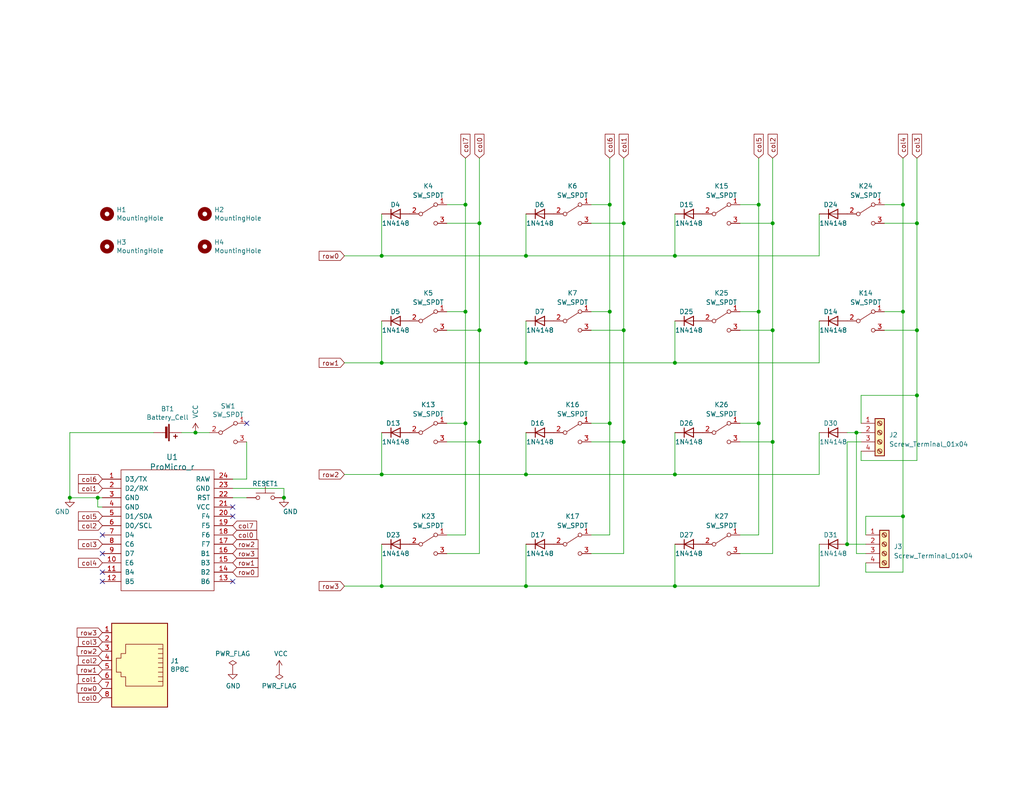
<source format=kicad_sch>
(kicad_sch (version 20230121) (generator eeschema)
  (paper "USLetter")
  (title_block (title "Aristotle 32 Split Reversible Thumbless") (date "2024-03-12") (rev "2.0"))
  (lib_symbols
    (symbol "Connector:RJ45" (pin_names (offset 1.016))
      (property "Reference" "J" (at -5.08 13.97 0))
      (property "Value" "RJ45" (at 2.54 13.97 0))
      (symbol "RJ45_0_1"
        (polyline (pts (xy -5.08 4.445) (xy -6.35 4.445)))
        (polyline (pts (xy -5.08 5.715) (xy -6.35 5.715)))
        (polyline (pts (xy -6.35 -3.175) (xy -5.08 -3.175) (xy -5.08 -3.175)))
        (polyline (pts (xy -6.35 -1.905) (xy -5.08 -1.905) (xy -5.08 -1.905)))
        (polyline (pts (xy -6.35 -0.635) (xy -5.08 -0.635) (xy -5.08 -0.635)))
        (polyline (pts (xy -6.35 0.635) (xy -5.08 0.635) (xy -5.08 0.635)))
        (polyline (pts (xy -6.35 1.905) (xy -5.08 1.905) (xy -5.08 1.905)))
        (polyline (pts (xy -5.08 3.175) (xy -6.35 3.175) (xy -6.35 3.175)))
        (polyline (pts (xy -6.35 -4.445) (xy -6.35 6.985) (xy 3.81 6.985) (xy 3.81 4.445) (xy 5.08 4.445) (xy 5.08 3.175) (xy 6.35 3.175) (xy 6.35 -0.635) (xy 5.08 -0.635) (xy 5.08 -1.905) (xy 3.81 -1.905) (xy 3.81 -4.445) (xy -6.35 -4.445) (xy -6.35 -4.445)))
        (rectangle (start 7.62 12.7) (end -7.62 -10.16) (stroke (width 0.254)) (fill (type background)))
      )
      (symbol "RJ45_1_1"
        (pin passive line (at 10.16 -7.62 180) (length 2.54) (name "~") (number "1"))
        (pin passive line (at 10.16 -5.08 180) (length 2.54) (name "~") (number "2"))
        (pin passive line (at 10.16 -2.54 180) (length 2.54) (name "~") (number "3"))
        (pin passive line (at 10.16 0 180) (length 2.54) (name "~") (number "4"))
        (pin passive line (at 10.16 2.54 180) (length 2.54) (name "~") (number "5"))
        (pin passive line (at 10.16 5.08 180) (length 2.54) (name "~") (number "6"))
        (pin passive line (at 10.16 7.62 180) (length 2.54) (name "~") (number "7"))
        (pin passive line (at 10.16 10.16 180) (length 2.54) (name "~") (number "8"))
      )
    )
    (symbol "Connector:Screw_Terminal_01x04" (pin_names (offset 1.016) hide)
      (property "Reference" "J" (at 0 5.08 0))
      (property "Value" "Screw_Terminal_01x04" (at 0 -7.62 0))
      (symbol "Screw_Terminal_01x04_1_1"
        (rectangle (start -1.27 3.81) (end 1.27 -6.35) (stroke (width 0.254)) (fill (type background)))
        (circle (center 0 -5.08) (radius 0.635) (stroke (width 0.1524)))
        (circle (center 0 -2.54) (radius 0.635) (stroke (width 0.1524)))
        (polyline (pts (xy -0.5334 -4.7498) (xy 0.3302 -5.588)) (stroke (width 0.1524)))
        (polyline (pts (xy -0.5334 -2.2098) (xy 0.3302 -3.048)) (stroke (width 0.1524)))
        (polyline (pts (xy -0.5334 0.3302) (xy 0.3302 -0.508)) (stroke (width 0.1524)))
        (polyline (pts (xy -0.5334 2.8702) (xy 0.3302 2.032)) (stroke (width 0.1524)))
        (polyline (pts (xy -0.3556 -4.572) (xy 0.508 -5.4102)) (stroke (width 0.1524)))
        (polyline (pts (xy -0.3556 -2.032) (xy 0.508 -2.8702)) (stroke (width 0.1524)))
        (polyline (pts (xy -0.3556 0.508) (xy 0.508 -0.3302)) (stroke (width 0.1524)))
        (polyline (pts (xy -0.3556 3.048) (xy 0.508 2.2098)) (stroke (width 0.1524)))
        (circle (center 0 0) (radius 0.635) (stroke (width 0.1524)))
        (circle (center 0 2.54) (radius 0.635) (stroke (width 0.1524)))
        (pin passive line (at -5.08 2.54 0) (length 3.81) (name "Pin_1") (number "1"))
        (pin passive line (at -5.08 0 0) (length 3.81) (name "Pin_2") (number "2"))
        (pin passive line (at -5.08 -2.54 0) (length 3.81) (name "Pin_3") (number "3"))
        (pin passive line (at -5.08 -5.08 0) (length 3.81) (name "Pin_4") (number "4"))
      )
    )
    (symbol "Device:Battery_Cell" (pin_numbers hide) (pin_names (offset 0) hide)
      (property "Reference" "BT" (at 2.54 2.54 0))
      (property "Value" "Battery_Cell" (at 2.54 0 0))
      (symbol "Battery_Cell_0_1"
        (rectangle (start -2.286 1.778) (end 2.286 1.524) (fill (type outline)))
        (rectangle (start -1.5748 1.1938) (end 1.4732 0.6858) (fill (type outline)))
        (polyline (pts (xy 0 0.762) (xy 0 0)))
        (polyline (pts (xy 0 1.778) (xy 0 2.54)))
        (polyline (pts (xy 0.508 3.429) (xy 1.524 3.429)) (stroke (width 0.254)))
        (polyline (pts (xy 1.016 3.937) (xy 1.016 2.921)) (stroke (width 0.254)))
      )
      (symbol "Battery_Cell_1_1"
        (pin passive line (at 0 5.08 270) (length 2.54) (name "+") (number "1"))
        (pin passive line (at 0 -2.54 90) (length 2.54) (name "-") (number "2"))
      )
    )
    (symbol "Diode:1N4148" (pin_numbers hide) (pin_names (offset 1.016) hide)
      (property "Reference" "D" (at 0 2.54 0))
      (property "Value" "1N4148" (at 0 -2.54 0))
      (symbol "1N4148_0_1"
        (polyline (pts (xy -1.27 1.27) (xy -1.27 -1.27)) (stroke (width 0.254)))
        (polyline (pts (xy 1.27 0) (xy -1.27 0)))
        (polyline (pts (xy 1.27 1.27) (xy 1.27 -1.27) (xy -1.27 0) (xy 1.27 1.27)) (stroke (width 0.254)))
      )
      (symbol "1N4148_1_1"
        (pin passive line (at -3.81 0 0) (length 2.54) (name "K") (number "1"))
        (pin passive line (at 3.81 0 180) (length 2.54) (name "A") (number "2"))
      )
    )
    (symbol "Mechanical:MountingHole" (pin_names (offset 1.016))
      (property "Reference" "H" (at 0 5.08 0))
      (property "Value" "MountingHole" (at 0 3.175 0))
      (symbol "MountingHole_0_1"
        (circle (center 0 0) (radius 1.27) (stroke (width 1.27)))
      )
    )
    (symbol "Switch:SW_Push" (pin_numbers hide) (pin_names (offset 1.016) hide)
      (property "Reference" "SW" (at 1.27 2.54 0))
      (property "Value" "SW_Push" (at 0 -1.524 0))
      (symbol "SW_Push_0_1"
        (circle (center -2.032 0) (radius 0.508))
        (polyline (pts (xy 0 1.27) (xy 0 3.048)))
        (polyline (pts (xy 2.54 1.27) (xy -2.54 1.27)))
        (circle (center 2.032 0) (radius 0.508))
        (pin passive line (at -5.08 0 0) (length 2.54) (name "1") (number "1"))
        (pin passive line (at 5.08 0 180) (length 2.54) (name "2") (number "2"))
      )
    )
    (symbol "Switch:SW_SPDT" (pin_names (offset 0) hide)
      (property "Reference" "SW" (at 0 4.318 0))
      (property "Value" "SW_SPDT" (at 0 -5.08 0))
      (symbol "SW_SPDT_0_0"
        (circle (center -2.032 0) (radius 0.508))
        (circle (center 2.032 -2.54) (radius 0.508))
      )
      (symbol "SW_SPDT_0_1"
        (polyline (pts (xy -1.524 0.254) (xy 1.651 2.286)))
        (circle (center 2.032 2.54) (radius 0.508))
      )
      (symbol "SW_SPDT_1_1"
        (pin passive line (at 5.08 2.54 180) (length 2.54) (name "A") (number "1"))
        (pin passive line (at -5.08 0 0) (length 2.54) (name "B") (number "2"))
        (pin passive line (at 5.08 -2.54 180) (length 2.54) (name "C") (number "3"))
      )
    )
    (symbol "power:GND" (power) (pin_names (offset 0))
      (property "Value" "GND" (at 0 -3.81 0))
      (symbol "GND_0_1"
        (polyline (pts (xy 0 0) (xy 0 -1.27) (xy 1.27 -1.27) (xy 0 -2.54) (xy -1.27 -1.27) (xy 0 -1.27)))
      )
      (symbol "GND_1_1"
        (pin power_in line (at 0 0 270) (length 0) hide (name "GND") (number "1"))
      )
    )
    (symbol "power:PWR_FLAG" (power) (pin_numbers hide) (pin_names (offset 0) hide)
      (property "Value" "PWR_FLAG" (at 0 3.81 0))
      (symbol "PWR_FLAG_0_0"
        (pin power_out line (at 0 0 90) (length 0) (name "pwr") (number "1"))
      )
      (symbol "PWR_FLAG_0_1"
        (polyline (pts (xy 0 0) (xy 0 1.27) (xy -1.016 1.905) (xy 0 2.54) (xy 1.016 1.905) (xy 0 1.27)))
      )
    )
    (symbol "power:VCC" (power) (pin_names (offset 0))
      (property "Value" "VCC" (at 0 3.81 0))
      (symbol "VCC_0_1"
        (polyline (pts (xy -0.762 1.27) (xy 0 2.54)))
        (polyline (pts (xy 0 0) (xy 0 2.54)))
        (polyline (pts (xy 0 2.54) (xy 0.762 1.27)))
      )
      (symbol "VCC_1_1"
        (pin power_in line (at 0 0 90) (length 0) hide (name "VCC") (number "1"))
      )
    )
    (symbol "promicro:ProMicro" (pin_names (offset 1.016))
      (property "Reference" "U" (at 0 24.13 0))
      (property "Value" "ProMicro" (at 0 -13.97 0))
      (symbol "ProMicro_0_1"
        (rectangle (start -12.7 21.59) (end 12.7 -11.43))
      )
      (symbol "ProMicro_1_1"
        (pin bidirectional line (at -17.78 19.05 0) (length 5.08) (name "D3/TX") (number "1"))
        (pin bidirectional line (at -17.78 -3.81 0) (length 5.08) (name "E6") (number "10"))
        (pin bidirectional line (at -17.78 -6.35 0) (length 5.08) (name "B4") (number "11"))
        (pin bidirectional line (at -17.78 -8.89 0) (length 5.08) (name "B5") (number "12"))
        (pin bidirectional line (at 17.78 -8.89 180) (length 5.08) (name "B6") (number "13"))
        (pin bidirectional line (at 17.78 -6.35 180) (length 5.08) (name "B2") (number "14"))
        (pin bidirectional line (at 17.78 -3.81 180) (length 5.08) (name "B3") (number "15"))
        (pin bidirectional line (at 17.78 -1.27 180) (length 5.08) (name "B1") (number "16"))
        (pin bidirectional line (at 17.78 1.27 180) (length 5.08) (name "F7") (number "17"))
        (pin bidirectional line (at 17.78 3.81 180) (length 5.08) (name "F6") (number "18"))
        (pin bidirectional line (at 17.78 6.35 180) (length 5.08) (name "F5") (number "19"))
        (pin bidirectional line (at -17.78 16.51 0) (length 5.08) (name "D2/RX") (number "2"))
        (pin bidirectional line (at 17.78 8.89 180) (length 5.08) (name "F4") (number "20"))
        (pin power_in line (at 17.78 11.43 180) (length 5.08) (name "VCC") (number "21"))
        (pin input line (at 17.78 13.97 180) (length 5.08) (name "RST") (number "22"))
        (pin power_in line (at 17.78 16.51 180) (length 5.08) (name "GND") (number "23"))
        (pin power_out line (at 17.78 19.05 180) (length 5.08) (name "RAW") (number "24"))
        (pin power_in line (at -17.78 13.97 0) (length 5.08) (name "GND") (number "3"))
        (pin power_in line (at -17.78 11.43 0) (length 5.08) (name "GND") (number "4"))
        (pin bidirectional line (at -17.78 8.89 0) (length 5.08) (name "D1/SDA") (number "5"))
        (pin bidirectional line (at -17.78 6.35 0) (length 5.08) (name "D0/SCL") (number "6"))
        (pin bidirectional line (at -17.78 3.81 0) (length 5.08) (name "D4") (number "7"))
        (pin bidirectional line (at -17.78 1.27 0) (length 5.08) (name "C6") (number "8"))
        (pin bidirectional line (at -17.78 -1.27 0) (length 5.08) (name "D7") (number "9"))
      )
    )
  )
  (junction (at 207.01 115.57))
  (junction (at 184.15 69.85))
  (junction (at 166.37 115.57))
  (junction (at 207.01 55.88))
  (junction (at 184.15 99.06))
  (junction (at 170.18 60.96))
  (junction (at 143.51 99.06))
  (junction (at 210.82 60.96))
  (junction (at 127 115.57))
  (junction (at 77.47 135.89))
  (junction (at 207.01 85.09))
  (junction (at 130.81 120.65))
  (junction (at 246.38 140.97))
  (junction (at 26.67 135.89))
  (junction (at 246.38 55.88))
  (junction (at 210.82 120.65))
  (junction (at 184.15 129.54))
  (junction (at 250.19 107.95))
  (junction (at 170.18 120.65))
  (junction (at 233.68 118.11))
  (junction (at 210.82 90.17))
  (junction (at 143.51 160.02))
  (junction (at 170.18 90.17))
  (junction (at 127 85.09))
  (junction (at 250.19 60.96))
  (junction (at 130.81 60.96))
  (junction (at 166.37 55.88))
  (junction (at 130.81 90.17))
  (junction (at 143.51 129.54))
  (junction (at 246.38 85.09))
  (junction (at 143.51 69.85))
  (junction (at 104.14 160.02))
  (junction (at 184.15 160.02))
  (junction (at 19.05 135.89))
  (junction (at 104.14 129.54))
  (junction (at 231.14 148.59))
  (junction (at 250.19 90.17))
  (junction (at 104.14 99.06))
  (junction (at 166.37 85.09))
  (junction (at 104.14 69.85))
  (junction (at 127 55.88))
  (junction (at 53.34 118.11))
  (no_connect (at 27.94 146.05))
  (no_connect (at 27.94 151.13))
  (no_connect (at 27.94 156.21))
  (no_connect (at 27.94 158.75))
  (no_connect (at 67.31 115.57))
  (no_connect (at 63.5 140.97))
  (no_connect (at 63.5 158.75))
  (no_connect (at 63.5 138.43))
  (wire (pts (xy 166.37 85.09) (xy 166.37 115.57)))
  (wire (pts (xy 53.34 118.11) (xy 57.15 118.11)))
  (wire (pts (xy 223.52 69.85) (xy 184.15 69.85)))
  (wire (pts (xy 143.51 69.85) (xy 104.14 69.85)))
  (wire (pts (xy 201.93 151.13) (xy 210.82 151.13)))
  (wire (pts (xy 210.82 60.96) (xy 210.82 90.17)))
  (wire (pts (xy 121.92 85.09) (xy 127 85.09)))
  (wire (pts (xy 161.29 85.09) (xy 166.37 85.09)))
  (wire (pts (xy 170.18 90.17) (xy 170.18 120.65)))
  (wire (pts (xy 207.01 55.88) (xy 207.01 43.18)))
  (wire (pts (xy 49.53 118.11) (xy 53.34 118.11)))
  (wire (pts (xy 143.51 118.11) (xy 143.51 129.54)))
  (wire (pts (xy 223.52 129.54) (xy 184.15 129.54)))
  (wire (pts (xy 241.3 90.17) (xy 250.19 90.17)))
  (wire (pts (xy 231.14 148.59) (xy 236.22 148.59)))
  (wire (pts (xy 210.82 90.17) (xy 210.82 120.65)))
  (wire (pts (xy 223.52 118.11) (xy 223.52 129.54)))
  (wire (pts (xy 26.67 135.89) (xy 26.67 138.43)))
  (wire (pts (xy 201.93 120.65) (xy 210.82 120.65)))
  (wire (pts (xy 246.38 85.09) (xy 246.38 140.97)))
  (wire (pts (xy 207.01 55.88) (xy 207.01 85.09)))
  (wire (pts (xy 143.51 148.59) (xy 143.51 160.02)))
  (wire (pts (xy 143.51 87.63) (xy 143.51 99.06)))
  (wire (pts (xy 121.92 55.88) (xy 127 55.88)))
  (wire (pts (xy 246.38 55.88) (xy 246.38 43.18)))
  (wire (pts (xy 161.29 90.17) (xy 170.18 90.17)))
  (wire (pts (xy 223.52 58.42) (xy 223.52 69.85)))
  (wire (pts (xy 236.22 156.21) (xy 246.38 156.21)))
  (wire (pts (xy 246.38 55.88) (xy 246.38 85.09)))
  (wire (pts (xy 170.18 43.18) (xy 170.18 60.96)))
  (wire (pts (xy 170.18 120.65) (xy 170.18 151.13)))
  (wire (pts (xy 223.52 148.59) (xy 223.52 160.02)))
  (wire (pts (xy 234.95 115.57) (xy 234.95 107.95)))
  (wire (pts (xy 184.15 148.59) (xy 184.15 160.02)))
  (wire (pts (xy 121.92 115.57) (xy 127 115.57)))
  (wire (pts (xy 77.47 133.35) (xy 77.47 135.89)))
  (wire (pts (xy 184.15 69.85) (xy 143.51 69.85)))
  (wire (pts (xy 127 55.88) (xy 127 85.09)))
  (wire (pts (xy 236.22 156.21) (xy 236.22 153.67)))
  (wire (pts (xy 234.95 107.95) (xy 250.19 107.95)))
  (wire (pts (xy 231.14 120.65) (xy 234.95 120.65)))
  (wire (pts (xy 104.14 148.59) (xy 104.14 160.02)))
  (wire (pts (xy 121.92 151.13) (xy 130.81 151.13)))
  (wire (pts (xy 236.22 151.13) (xy 233.68 151.13)))
  (wire (pts (xy 166.37 55.88) (xy 166.37 85.09)))
  (wire (pts (xy 250.19 90.17) (xy 250.19 107.95)))
  (wire (pts (xy 121.92 60.96) (xy 130.81 60.96)))
  (wire (pts (xy 250.19 43.18) (xy 250.19 60.96)))
  (wire (pts (xy 143.51 99.06) (xy 104.14 99.06)))
  (wire (pts (xy 241.3 55.88) (xy 246.38 55.88)))
  (wire (pts (xy 184.15 118.11) (xy 184.15 129.54)))
  (wire (pts (xy 121.92 146.05) (xy 127 146.05)))
  (wire (pts (xy 130.81 90.17) (xy 130.81 120.65)))
  (wire (pts (xy 121.92 90.17) (xy 130.81 90.17)))
  (wire (pts (xy 184.15 87.63) (xy 184.15 99.06)))
  (wire (pts (xy 104.14 118.11) (xy 104.14 129.54)))
  (wire (pts (xy 166.37 115.57) (xy 166.37 146.05)))
  (wire (pts (xy 104.14 87.63) (xy 104.14 99.06)))
  (wire (pts (xy 201.93 55.88) (xy 207.01 55.88)))
  (wire (pts (xy 127 55.88) (xy 127 43.18)))
  (wire (pts (xy 233.68 118.11) (xy 234.95 118.11)))
  (wire (pts (xy 161.29 60.96) (xy 170.18 60.96)))
  (wire (pts (xy 19.05 118.11) (xy 41.91 118.11)))
  (wire (pts (xy 184.15 160.02) (xy 143.51 160.02)))
  (wire (pts (xy 143.51 129.54) (xy 104.14 129.54)))
  (wire (pts (xy 241.3 60.96) (xy 250.19 60.96)))
  (wire (pts (xy 241.3 85.09) (xy 246.38 85.09)))
  (wire (pts (xy 207.01 115.57) (xy 207.01 146.05)))
  (wire (pts (xy 130.81 120.65) (xy 130.81 151.13)))
  (wire (pts (xy 161.29 120.65) (xy 170.18 120.65)))
  (wire (pts (xy 246.38 140.97) (xy 236.22 140.97)))
  (wire (pts (xy 184.15 129.54) (xy 143.51 129.54)))
  (wire (pts (xy 246.38 156.21) (xy 246.38 140.97)))
  (wire (pts (xy 161.29 146.05) (xy 166.37 146.05)))
  (wire (pts (xy 19.05 135.89) (xy 26.67 135.89)))
  (wire (pts (xy 161.29 115.57) (xy 166.37 115.57)))
  (wire (pts (xy 67.31 135.89) (xy 63.5 135.89)))
  (wire (pts (xy 201.93 60.96) (xy 210.82 60.96)))
  (wire (pts (xy 143.51 58.42) (xy 143.51 69.85)))
  (wire (pts (xy 104.14 129.54) (xy 93.98 129.54)))
  (wire (pts (xy 121.92 120.65) (xy 130.81 120.65)))
  (wire (pts (xy 170.18 60.96) (xy 170.18 90.17)))
  (wire (pts (xy 130.81 60.96) (xy 130.81 90.17)))
  (wire (pts (xy 207.01 85.09) (xy 207.01 115.57)))
  (wire (pts (xy 19.05 118.11) (xy 19.05 135.89)))
  (wire (pts (xy 67.31 120.65) (xy 67.31 130.81)))
  (wire (pts (xy 223.52 87.63) (xy 223.52 99.06)))
  (wire (pts (xy 184.15 58.42) (xy 184.15 69.85)))
  (wire (pts (xy 210.82 43.18) (xy 210.82 60.96)))
  (wire (pts (xy 250.19 60.96) (xy 250.19 90.17)))
  (wire (pts (xy 27.94 138.43) (xy 26.67 138.43)))
  (wire (pts (xy 27.94 135.89) (xy 26.67 135.89)))
  (wire (pts (xy 223.52 160.02) (xy 184.15 160.02)))
  (wire (pts (xy 161.29 55.88) (xy 166.37 55.88)))
  (wire (pts (xy 250.19 107.95) (xy 250.19 125.73)))
  (wire (pts (xy 234.95 123.19) (xy 234.95 125.73)))
  (wire (pts (xy 104.14 99.06) (xy 93.98 99.06)))
  (wire (pts (xy 201.93 90.17) (xy 210.82 90.17)))
  (wire (pts (xy 231.14 120.65) (xy 231.14 148.59)))
  (wire (pts (xy 161.29 151.13) (xy 170.18 151.13)))
  (wire (pts (xy 130.81 43.18) (xy 130.81 60.96)))
  (wire (pts (xy 104.14 160.02) (xy 93.98 160.02)))
  (wire (pts (xy 104.14 69.85) (xy 93.98 69.85)))
  (wire (pts (xy 223.52 99.06) (xy 184.15 99.06)))
  (wire (pts (xy 233.68 151.13) (xy 233.68 118.11)))
  (wire (pts (xy 201.93 146.05) (xy 207.01 146.05)))
  (wire (pts (xy 166.37 55.88) (xy 166.37 43.18)))
  (wire (pts (xy 104.14 58.42) (xy 104.14 69.85)))
  (wire (pts (xy 184.15 99.06) (xy 143.51 99.06)))
  (wire (pts (xy 236.22 140.97) (xy 236.22 146.05)))
  (wire (pts (xy 63.5 133.35) (xy 77.47 133.35)))
  (wire (pts (xy 233.68 118.11) (xy 231.14 118.11)))
  (wire (pts (xy 143.51 160.02) (xy 104.14 160.02)))
  (wire (pts (xy 210.82 120.65) (xy 210.82 151.13)))
  (wire (pts (xy 63.5 130.81) (xy 67.31 130.81)))
  (wire (pts (xy 127 85.09) (xy 127 115.57)))
  (wire (pts (xy 234.95 125.73) (xy 250.19 125.73)))
  (wire (pts (xy 201.93 85.09) (xy 207.01 85.09)))
  (wire (pts (xy 201.93 115.57) (xy 207.01 115.57)))
  (wire (pts (xy 127 115.57) (xy 127 146.05)))
  (global_label "col7" (shape input) (at 63.5 143.51 0) (property "Intersheetrefs" "${INTERSHEET_REFS}" (effects hide)))
  (global_label "row3" (shape input) (at 93.98 160.02 180) (property "Intersheetrefs" "${INTERSHEET_REFS}" (effects hide)))
  (global_label "row2" (shape input) (at 63.5 148.59 0) (property "Intersheetrefs" "${INTERSHEET_REFS}" (effects hide)))
  (global_label "row1" (shape input) (at 27.94 182.88 180) (property "Intersheetrefs" "${INTERSHEET_REFS}" (effects hide)))
  (global_label "col4" (shape input) (at 27.94 153.67 180) (property "Intersheetrefs" "${INTERSHEET_REFS}" (effects hide)))
  (global_label "col0" (shape input) (at 63.5 146.05 0) (property "Intersheetrefs" "${INTERSHEET_REFS}" (effects hide)))
  (global_label "col7" (shape input) (at 127 43.18 90) (property "Intersheetrefs" "${INTERSHEET_REFS}" (effects hide)))
  (global_label "col1" (shape input) (at 170.18 43.18 90) (property "Intersheetrefs" "${INTERSHEET_REFS}" (effects hide)))
  (global_label "row1" (shape input) (at 63.5 153.67 0) (property "Intersheetrefs" "${INTERSHEET_REFS}" (effects hide)))
  (global_label "row2" (shape input) (at 27.94 177.8 180) (property "Intersheetrefs" "${INTERSHEET_REFS}" (effects hide)))
  (global_label "row0" (shape input) (at 27.94 187.96 180) (property "Intersheetrefs" "${INTERSHEET_REFS}" (effects hide)))
  (global_label "row0" (shape input) (at 63.5 156.21 0) (property "Intersheetrefs" "${INTERSHEET_REFS}" (effects hide)))
  (global_label "col6" (shape input) (at 27.94 130.81 180) (property "Intersheetrefs" "${INTERSHEET_REFS}" (effects hide)))
  (global_label "row2" (shape input) (at 93.98 129.54 180) (property "Intersheetrefs" "${INTERSHEET_REFS}" (effects hide)))
  (global_label "col2" (shape input) (at 210.82 43.18 90) (property "Intersheetrefs" "${INTERSHEET_REFS}" (effects hide)))
  (global_label "row1" (shape input) (at 93.98 99.06 180) (property "Intersheetrefs" "${INTERSHEET_REFS}" (effects hide)))
  (global_label "col1" (shape input) (at 27.94 185.42 180) (property "Intersheetrefs" "${INTERSHEET_REFS}" (effects hide)))
  (global_label "col3" (shape input) (at 27.94 148.59 180) (property "Intersheetrefs" "${INTERSHEET_REFS}" (effects hide)))
  (global_label "col3" (shape input) (at 27.94 175.26 180) (property "Intersheetrefs" "${INTERSHEET_REFS}" (effects hide)))
  (global_label "col0" (shape input) (at 130.81 43.18 90) (property "Intersheetrefs" "${INTERSHEET_REFS}" (effects hide)))
  (global_label "col6" (shape input) (at 166.37 43.18 90) (property "Intersheetrefs" "${INTERSHEET_REFS}" (effects hide)))
  (global_label "col1" (shape input) (at 27.94 133.35 180) (property "Intersheetrefs" "${INTERSHEET_REFS}" (effects hide)))
  (global_label "col2" (shape input) (at 27.94 180.34 180) (property "Intersheetrefs" "${INTERSHEET_REFS}" (effects hide)))
  (global_label "col3" (shape input) (at 250.19 43.18 90) (property "Intersheetrefs" "${INTERSHEET_REFS}" (effects hide)))
  (global_label "col5" (shape input) (at 27.94 140.97 180) (property "Intersheetrefs" "${INTERSHEET_REFS}" (effects hide)))
  (global_label "col5" (shape input) (at 207.01 43.18 90) (property "Intersheetrefs" "${INTERSHEET_REFS}" (effects hide)))
  (global_label "col2" (shape input) (at 27.94 143.51 180) (property "Intersheetrefs" "${INTERSHEET_REFS}" (effects hide)))
  (global_label "row3" (shape input) (at 27.94 172.72 180) (property "Intersheetrefs" "${INTERSHEET_REFS}" (effects hide)))
  (global_label "row3" (shape input) (at 63.5 151.13 0) (property "Intersheetrefs" "${INTERSHEET_REFS}" (effects hide)))
  (global_label "col4" (shape input) (at 246.38 43.18 90) (property "Intersheetrefs" "${INTERSHEET_REFS}" (effects hide)))
  (global_label "col0" (shape input) (at 27.94 190.5 180) (property "Intersheetrefs" "${INTERSHEET_REFS}" (effects hide)))
  (global_label "row0" (shape input) (at 93.98 69.85 180) (property "Intersheetrefs" "${INTERSHEET_REFS}" (effects hide)))
  (symbol (lib_id "power:PWR_FLAG") (at 63.5 182.88 0) (unit 1)
    (property "Reference" "#FLG01" (effects hide))
    (property "Value" "PWR_FLAG" (at 63.5 178.4858 0))
  )
  (symbol (lib_id "power:PWR_FLAG") (at 76.2 182.88 180) (unit 1)
    (property "Reference" "#FLG02" (effects hide))
    (property "Value" "PWR_FLAG" (at 76.2 187.2742 0))
  )
  (symbol (lib_id "power:GND") (at 63.5 182.88 0) (unit 1)
    (property "Reference" "#PWR04" (effects hide))
    (property "Value" "GND" (at 63.627 187.2742 0))
  )
  (symbol (lib_id "power:VCC") (at 76.2 182.88 0) (unit 1)
    (property "Reference" "#PWR05" (effects hide))
    (property "Value" "VCC" (at 76.6572 178.4858 0))
  )
  (symbol (lib_id "promicro:ProMicro") (at 45.72 149.86 0) (unit 1)
    (property "Reference" "U1" (at 46.99 124.7902 0) (effects (font (size 1.524 1.524))))
    (property "Value" "ProMicro_r" (at 46.99 127.4826 0) (effects (font (size 1.524 1.524))))
    (property "Footprint" "aristotle:ProMicro" (effects hide))
  )
  (symbol (lib_id "power:GND") (at 77.47 135.89 0) (unit 1)
    (property "Reference" "#PWR01" (effects hide))
    (property "Value" "GND" (at 81.28 139.7 0) (effects (justify right)))
  )
  (symbol (lib_id "power:VCC") (at 53.34 118.11 0) (unit 1)
    (property "Reference" "#PWR03" (effects hide))
    (property "Value" "VCC" (at 53.34 114.3 90) (effects (justify left)))
  )
  (symbol (lib_id "power:GND") (at 19.05 135.89 0) (unit 1)
    (property "Reference" "#PWR02" (effects hide))
    (property "Value" "GND" (at 19.05 139.7 0) (effects (justify right)))
  )
  (symbol (lib_id "Switch:SW_Push") (at 72.39 135.89 0) (unit 1)
    (property "Reference" "RESET1" (at 72.39 132.08 0))
    (property "Value" "~" (at 72.39 131.7244 0))
    (property "Footprint" "aristotle:SW_PUSH_6mm" (effects hide))
  )
  (symbol (lib_id "Connector:RJ45") (at 38.1 180.34 180) (unit 1)
    (property "Reference" "J1" (at 46.482 180.4416 0) (effects (justify right)))
    (property "Value" "8P8C" (at 46.482 182.753 0) (effects (justify right)))
    (property "Footprint" "aristotle:RJ45_Amphenol_54602-x08_Horizontal-DOUBLE" (effects hide))
  )
  (symbol (lib_id "Switch:SW_SPDT") (at 62.23 118.11 0) (unit 1)
    (property "Reference" "SW1" (at 62.23 110.871 0))
    (property "Value" "SW_SPDT" (at 62.23 113.1824 0))
    (property "Footprint" "Button_Switch_THT:SW_CuK_OS102011MA1QN1_SPDT_Angled" (effects hide))
  )
  (symbol (lib_id "Switch:SW_SPDT") (at 156.21 148.59 0) (unit 1)
    (property "Reference" "K17" (at 156.21 140.97 0))
    (property "Value" "SW_SPDT" (at 156.21 143.51 0))
    (property "Footprint" "aristotle:Kailh-Choc_1350-Keyswitch-mirrored" (effects hide))
  )
  (symbol (lib_id "Diode:1N4148") (at 187.96 148.59 0) (unit 1)
    (property "Reference" "D27" (at 189.23 146.05 0) (effects (justify right)))
    (property "Value" "1N4148" (at 191.77 151.13 0) (effects (justify right)))
    (property "Footprint" "aristotle:D_T-1_P5.08mm_Horizontal-NO_B.SILK" (effects hide))
    (property "Datasheet" "https://assets.nexperia.com/documents/data-sheet/1N4148_1N4448.pdf" (effects hide))
  )
  (symbol (lib_id "Diode:1N4148") (at 227.33 118.11 0) (unit 1)
    (property "Reference" "D30" (at 228.6 115.57 0) (effects (justify right)))
    (property "Value" "1N4148" (at 231.14 120.65 0) (effects (justify right)))
    (property "Footprint" "aristotle:D_T-1_P5.08mm_Horizontal-NO_B.SILK" (effects hide))
    (property "Datasheet" "https://assets.nexperia.com/documents/data-sheet/1N4148_1N4448.pdf" (effects hide))
  )
  (symbol (lib_id "Switch:SW_SPDT") (at 156.21 118.11 0) (unit 1)
    (property "Reference" "K16" (at 156.21 110.49 0))
    (property "Value" "SW_SPDT" (at 156.21 113.03 0))
    (property "Footprint" "aristotle:Kailh-Choc_1350-Keyswitch-mirrored" (effects hide))
  )
  (symbol (lib_id "Device:Battery_Cell") (at 44.45 118.11 270) (unit 1)
    (property "Reference" "BT1" (at 45.72 111.633 90))
    (property "Value" "Battery_Cell" (at 45.72 113.9444 90))
    (property "Footprint" "Diode_SMD:D_1210_3225Metric" (effects hide))
  )
  (symbol (lib_id "Switch:SW_SPDT") (at 236.22 58.42 0) (unit 1)
    (property "Reference" "K24" (at 236.22 50.8 0))
    (property "Value" "SW_SPDT" (at 236.22 53.34 0))
    (property "Footprint" "aristotle:Kailh-Choc_1350-Keyswitch-mirrored" (effects hide))
  )
  (symbol (lib_id "Diode:1N4148") (at 187.96 58.42 0) (unit 1)
    (property "Reference" "D15" (at 189.23 55.88 0) (effects (justify right)))
    (property "Value" "1N4148" (at 191.77 60.96 0) (effects (justify right)))
    (property "Footprint" "aristotle:D_T-1_P5.08mm_Horizontal-NO_B.SILK" (effects hide))
    (property "Datasheet" "https://assets.nexperia.com/documents/data-sheet/1N4148_1N4448.pdf" (effects hide))
  )
  (symbol (lib_id "Mechanical:MountingHole") (at 29.21 67.31 0) (unit 1)
    (property "Reference" "H3" (at 31.75 66.1416 0) (effects (justify left)))
    (property "Value" "MountingHole" (at 31.75 68.453 0) (effects (justify left)))
    (property "Footprint" "MountingHole:MountingHole_2.2mm_M2" (effects hide))
  )
  (symbol (lib_id "Diode:1N4148") (at 107.95 148.59 0) (unit 1)
    (property "Reference" "D23" (at 109.22 146.05 0) (effects (justify right)))
    (property "Value" "1N4148" (at 111.76 151.13 0) (effects (justify right)))
    (property "Footprint" "aristotle:D_T-1_P5.08mm_Horizontal-NO_B.SILK" (effects hide))
    (property "Datasheet" "https://assets.nexperia.com/documents/data-sheet/1N4148_1N4448.pdf" (effects hide))
  )
  (symbol (lib_id "Diode:1N4148") (at 147.32 58.42 0) (unit 1)
    (property "Reference" "D6" (at 148.59 55.88 0) (effects (justify right)))
    (property "Value" "1N4148" (at 151.13 60.96 0) (effects (justify right)))
    (property "Footprint" "aristotle:D_T-1_P5.08mm_Horizontal-NO_B.SILK" (effects hide))
    (property "Datasheet" "https://assets.nexperia.com/documents/data-sheet/1N4148_1N4448.pdf" (effects hide))
  )
  (symbol (lib_id "Diode:1N4148") (at 107.95 87.63 0) (unit 1)
    (property "Reference" "D5" (at 109.22 85.09 0) (effects (justify right)))
    (property "Value" "1N4148" (at 111.76 90.17 0) (effects (justify right)))
    (property "Footprint" "aristotle:D_T-1_P5.08mm_Horizontal-NO_B.SILK" (effects hide))
    (property "Datasheet" "https://assets.nexperia.com/documents/data-sheet/1N4148_1N4448.pdf" (effects hide))
  )
  (symbol (lib_id "Switch:SW_SPDT") (at 116.84 58.42 0) (unit 1)
    (property "Reference" "K4" (at 116.84 50.8 0))
    (property "Value" "SW_SPDT" (at 116.84 53.34 0))
    (property "Footprint" "aristotle:Kailh-Choc_1350-Keyswitch-mirrored" (effects hide))
  )
  (symbol (lib_id "Diode:1N4148") (at 187.96 118.11 0) (unit 1)
    (property "Reference" "D26" (at 189.23 115.57 0) (effects (justify right)))
    (property "Value" "1N4148" (at 191.77 120.65 0) (effects (justify right)))
    (property "Footprint" "aristotle:D_T-1_P5.08mm_Horizontal-NO_B.SILK" (effects hide))
    (property "Datasheet" "https://assets.nexperia.com/documents/data-sheet/1N4148_1N4448.pdf" (effects hide))
  )
  (symbol (lib_id "Mechanical:MountingHole") (at 55.88 67.31 0) (unit 1)
    (property "Reference" "H4" (at 58.42 66.1416 0) (effects (justify left)))
    (property "Value" "MountingHole" (at 58.42 68.453 0) (effects (justify left)))
    (property "Footprint" "MountingHole:MountingHole_2.2mm_M2" (effects hide))
  )
  (symbol (lib_id "Mechanical:MountingHole") (at 29.21 58.42 0) (unit 1)
    (property "Reference" "H1" (at 31.75 57.2516 0) (effects (justify left)))
    (property "Value" "MountingHole" (at 31.75 59.563 0) (effects (justify left)))
    (property "Footprint" "MountingHole:MountingHole_2.2mm_M2" (effects hide))
  )
  (symbol (lib_id "Diode:1N4148") (at 107.95 58.42 0) (unit 1)
    (property "Reference" "D4" (at 109.22 55.88 0) (effects (justify right)))
    (property "Value" "1N4148" (at 111.76 60.96 0) (effects (justify right)))
    (property "Footprint" "aristotle:D_T-1_P5.08mm_Horizontal-NO_B.SILK" (effects hide))
    (property "Datasheet" "https://assets.nexperia.com/documents/data-sheet/1N4148_1N4448.pdf" (effects hide))
  )
  (symbol (lib_id "Switch:SW_SPDT") (at 196.85 148.59 0) (unit 1)
    (property "Reference" "K27" (at 196.85 140.97 0))
    (property "Value" "SW_SPDT" (at 196.85 143.51 0))
    (property "Footprint" "aristotle:Kailh-Choc_1350-Keyswitch-mirrored" (effects hide))
  )
  (symbol (lib_id "Switch:SW_SPDT") (at 236.22 87.63 0) (unit 1)
    (property "Reference" "K14" (at 236.22 80.01 0))
    (property "Value" "SW_SPDT" (at 236.22 82.55 0))
    (property "Footprint" "aristotle:Kailh-Choc_1350-Keyswitch-mirrored" (effects hide))
  )
  (symbol (lib_id "Diode:1N4148") (at 227.33 58.42 0) (unit 1)
    (property "Reference" "D24" (at 228.6 55.88 0) (effects (justify right)))
    (property "Value" "1N4148" (at 231.14 60.96 0) (effects (justify right)))
    (property "Footprint" "aristotle:D_T-1_P5.08mm_Horizontal-NO_B.SILK" (effects hide))
    (property "Datasheet" "https://assets.nexperia.com/documents/data-sheet/1N4148_1N4448.pdf" (effects hide))
  )
  (symbol (lib_id "Switch:SW_SPDT") (at 156.21 58.42 0) (unit 1)
    (property "Reference" "K6" (at 156.21 50.8 0))
    (property "Value" "SW_SPDT" (at 156.21 53.34 0))
    (property "Footprint" "aristotle:Kailh-Choc_1350-Keyswitch-mirrored" (effects hide))
  )
  (symbol (lib_id "Switch:SW_SPDT") (at 196.85 118.11 0) (unit 1)
    (property "Reference" "K26" (at 196.85 110.49 0))
    (property "Value" "SW_SPDT" (at 196.85 113.03 0))
    (property "Footprint" "aristotle:Kailh-Choc_1350-Keyswitch-mirrored" (effects hide))
  )
  (symbol (lib_id "Switch:SW_SPDT") (at 116.84 118.11 0) (unit 1)
    (property "Reference" "K13" (at 116.84 110.49 0))
    (property "Value" "SW_SPDT" (at 116.84 113.03 0))
    (property "Footprint" "aristotle:Kailh-Choc_1350-Keyswitch-mirrored" (effects hide))
  )
  (symbol (lib_id "Diode:1N4148") (at 147.32 148.59 0) (unit 1)
    (property "Reference" "D17" (at 148.59 146.05 0) (effects (justify right)))
    (property "Value" "1N4148" (at 151.13 151.13 0) (effects (justify right)))
    (property "Footprint" "aristotle:D_T-1_P5.08mm_Horizontal-NO_B.SILK" (effects hide))
    (property "Datasheet" "https://assets.nexperia.com/documents/data-sheet/1N4148_1N4448.pdf" (effects hide))
  )
  (symbol (lib_id "Mechanical:MountingHole") (at 55.88 58.42 0) (unit 1)
    (property "Reference" "H2" (at 58.42 57.2516 0) (effects (justify left)))
    (property "Value" "MountingHole" (at 58.42 59.563 0) (effects (justify left)))
    (property "Footprint" "MountingHole:MountingHole_2.2mm_M2" (effects hide))
  )
  (symbol (lib_id "Diode:1N4148") (at 147.32 118.11 0) (unit 1)
    (property "Reference" "D16" (at 148.59 115.57 0) (effects (justify right)))
    (property "Value" "1N4148" (at 151.13 120.65 0) (effects (justify right)))
    (property "Footprint" "aristotle:D_T-1_P5.08mm_Horizontal-NO_B.SILK" (effects hide))
    (property "Datasheet" "https://assets.nexperia.com/documents/data-sheet/1N4148_1N4448.pdf" (effects hide))
  )
  (symbol (lib_id "Connector:Screw_Terminal_01x04") (at 241.3 148.59 0) (unit 1)
    (property "Reference" "J3" (at 243.84 149.225 0) (effects (justify left)))
    (property "Value" "Screw_Terminal_01x04" (at 243.84 151.765 0) (effects (justify left)))
    (property "Footprint" "TerminalBlock_Phoenix:TerminalBlock_Phoenix_MPT-0,5-4-2.54_1x04_P2.54mm_Horizontal" (effects hide))
  )
  (symbol (lib_id "Diode:1N4148") (at 147.32 87.63 0) (unit 1)
    (property "Reference" "D7" (at 148.59 85.09 0) (effects (justify right)))
    (property "Value" "1N4148" (at 151.13 90.17 0) (effects (justify right)))
    (property "Footprint" "aristotle:D_T-1_P5.08mm_Horizontal-NO_B.SILK" (effects hide))
    (property "Datasheet" "https://assets.nexperia.com/documents/data-sheet/1N4148_1N4448.pdf" (effects hide))
  )
  (symbol (lib_id "Diode:1N4148") (at 187.96 87.63 0) (unit 1)
    (property "Reference" "D25" (at 189.23 85.09 0) (effects (justify right)))
    (property "Value" "1N4148" (at 191.77 90.17 0) (effects (justify right)))
    (property "Footprint" "aristotle:D_T-1_P5.08mm_Horizontal-NO_B.SILK" (effects hide))
    (property "Datasheet" "https://assets.nexperia.com/documents/data-sheet/1N4148_1N4448.pdf" (effects hide))
  )
  (symbol (lib_id "Diode:1N4148") (at 227.33 87.63 0) (unit 1)
    (property "Reference" "D14" (at 228.6 85.09 0) (effects (justify right)))
    (property "Value" "1N4148" (at 231.14 90.17 0) (effects (justify right)))
    (property "Footprint" "aristotle:D_T-1_P5.08mm_Horizontal-NO_B.SILK" (effects hide))
    (property "Datasheet" "https://assets.nexperia.com/documents/data-sheet/1N4148_1N4448.pdf" (effects hide))
  )
  (symbol (lib_id "Connector:Screw_Terminal_01x04") (at 240.03 118.11 0) (unit 1)
    (property "Reference" "J2" (at 242.57 118.745 0) (effects (justify left)))
    (property "Value" "Screw_Terminal_01x04" (at 242.57 121.285 0) (effects (justify left)))
    (property "Footprint" "TerminalBlock_Phoenix:TerminalBlock_Phoenix_MPT-0,5-4-2.54_1x04_P2.54mm_Horizontal" (effects hide))
  )
  (symbol (lib_id "Switch:SW_SPDT") (at 116.84 87.63 0) (unit 1)
    (property "Reference" "K5" (at 116.84 80.01 0))
    (property "Value" "SW_SPDT" (at 116.84 82.55 0))
    (property "Footprint" "aristotle:Kailh-Choc_1350-Keyswitch-mirrored" (effects hide))
  )
  (symbol (lib_id "Switch:SW_SPDT") (at 116.84 148.59 0) (unit 1)
    (property "Reference" "K23" (at 116.84 140.97 0))
    (property "Value" "SW_SPDT" (at 116.84 143.51 0))
    (property "Footprint" "aristotle:Kailh-Choc_1350-Keyswitch-mirrored" (effects hide))
  )
  (symbol (lib_id "Switch:SW_SPDT") (at 196.85 87.63 0) (unit 1)
    (property "Reference" "K25" (at 196.85 80.01 0))
    (property "Value" "SW_SPDT" (at 196.85 82.55 0))
    (property "Footprint" "aristotle:Kailh-Choc_1350-Keyswitch-mirrored" (effects hide))
  )
  (symbol (lib_id "Switch:SW_SPDT") (at 156.21 87.63 0) (unit 1)
    (property "Reference" "K7" (at 156.21 80.01 0))
    (property "Value" "SW_SPDT" (at 156.21 82.55 0))
    (property "Footprint" "aristotle:Kailh-Choc_1350-Keyswitch-mirrored" (effects hide))
  )
  (symbol (lib_id "Switch:SW_SPDT") (at 196.85 58.42 0) (unit 1)
    (property "Reference" "K15" (at 196.85 50.8 0))
    (property "Value" "SW_SPDT" (at 196.85 53.34 0))
    (property "Footprint" "aristotle:Kailh-Choc_1350-Keyswitch-mirrored" (effects hide))
  )
  (symbol (lib_id "Diode:1N4148") (at 227.33 148.59 0) (unit 1)
    (property "Reference" "D31" (at 228.6 146.05 0) (effects (justify right)))
    (property "Value" "1N4148" (at 231.14 151.13 0) (effects (justify right)))
    (property "Footprint" "aristotle:D_T-1_P5.08mm_Horizontal-NO_B.SILK" (effects hide))
    (property "Datasheet" "https://assets.nexperia.com/documents/data-sheet/1N4148_1N4448.pdf" (effects hide))
  )
  (symbol (lib_id "Diode:1N4148") (at 107.95 118.11 0) (unit 1)
    (property "Reference" "D13" (at 109.22 115.57 0) (effects (justify right)))
    (property "Value" "1N4148" (at 111.76 120.65 0) (effects (justify right)))
    (property "Footprint" "aristotle:D_T-1_P5.08mm_Horizontal-NO_B.SILK" (effects hide))
    (property "Datasheet" "https://assets.nexperia.com/documents/data-sheet/1N4148_1N4448.pdf" (effects hide))
  )
)
</source>
